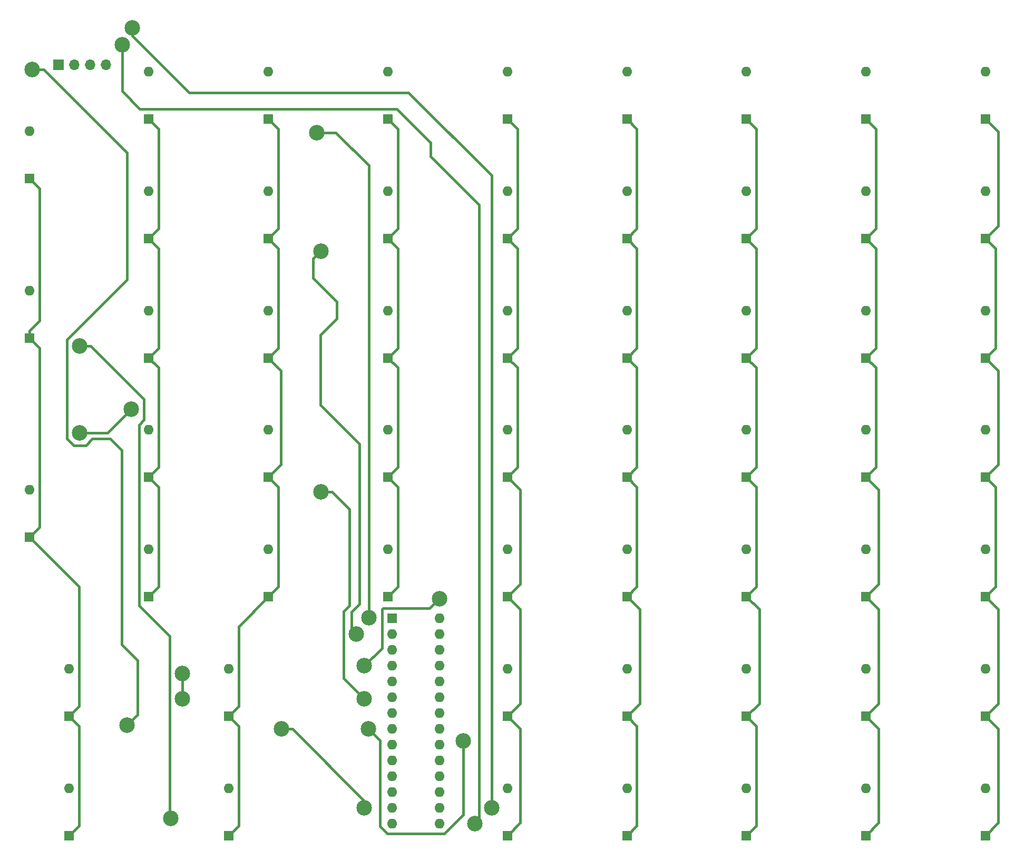
<source format=gbr>
%TF.GenerationSoftware,KiCad,Pcbnew,5.1.10-88a1d61d58~88~ubuntu20.04.1*%
%TF.CreationDate,2021-05-05T16:29:45+01:00*%
%TF.ProjectId,right_side,72696768-745f-4736-9964-652e6b696361,rev?*%
%TF.SameCoordinates,Original*%
%TF.FileFunction,Copper,L1,Top*%
%TF.FilePolarity,Positive*%
%FSLAX46Y46*%
G04 Gerber Fmt 4.6, Leading zero omitted, Abs format (unit mm)*
G04 Created by KiCad (PCBNEW 5.1.10-88a1d61d58~88~ubuntu20.04.1) date 2021-05-05 16:29:45*
%MOMM*%
%LPD*%
G01*
G04 APERTURE LIST*
%TA.AperFunction,ComponentPad*%
%ADD10O,1.600000X1.600000*%
%TD*%
%TA.AperFunction,ComponentPad*%
%ADD11R,1.600000X1.600000*%
%TD*%
%TA.AperFunction,ComponentPad*%
%ADD12O,1.700000X1.700000*%
%TD*%
%TA.AperFunction,ComponentPad*%
%ADD13R,1.700000X1.700000*%
%TD*%
%TA.AperFunction,ViaPad*%
%ADD14C,2.500000*%
%TD*%
%TA.AperFunction,Conductor*%
%ADD15C,0.400000*%
%TD*%
G04 APERTURE END LIST*
D10*
%TO.P,D0x7,2*%
%TO.N,Net-(D0x7-Pad2)*%
X1440000Y105600000D03*
D11*
%TO.P,D0x7,1*%
%TO.N,Column7*%
X1440000Y97980000D03*
%TD*%
D10*
%TO.P,D0x8,2*%
%TO.N,Net-(D0x8-Pad2)*%
X20640000Y115200000D03*
D11*
%TO.P,D0x8,1*%
%TO.N,Column8*%
X20640000Y107580000D03*
%TD*%
D10*
%TO.P,D0x9,2*%
%TO.N,Net-(D0x9-Pad2)*%
X39840000Y115200000D03*
D11*
%TO.P,D0x9,1*%
%TO.N,Column9*%
X39840000Y107580000D03*
%TD*%
D10*
%TO.P,D0x10,2*%
%TO.N,Net-(D0x10-Pad2)*%
X59040000Y115200000D03*
D11*
%TO.P,D0x10,1*%
%TO.N,Column10*%
X59040000Y107580000D03*
%TD*%
D10*
%TO.P,D0x11,2*%
%TO.N,Net-(D0x11-Pad2)*%
X78240000Y115200000D03*
D11*
%TO.P,D0x11,1*%
%TO.N,Column11*%
X78240000Y107580000D03*
%TD*%
D10*
%TO.P,D0x12,2*%
%TO.N,Net-(D0x12-Pad2)*%
X97440000Y115200000D03*
D11*
%TO.P,D0x12,1*%
%TO.N,Column12*%
X97440000Y107580000D03*
%TD*%
D10*
%TO.P,D0x13,2*%
%TO.N,Net-(D0x13-Pad2)*%
X116640000Y115200000D03*
D11*
%TO.P,D0x13,1*%
%TO.N,Column13*%
X116640000Y107580000D03*
%TD*%
D10*
%TO.P,D0x14,2*%
%TO.N,Net-(D0x14-Pad2)*%
X135840000Y115200000D03*
D11*
%TO.P,D0x14,1*%
%TO.N,Column14*%
X135840000Y107580000D03*
%TD*%
D10*
%TO.P,D0x15,2*%
%TO.N,Net-(D0x15-Pad2)*%
X155040000Y115200000D03*
D11*
%TO.P,D0x15,1*%
%TO.N,Column15*%
X155040000Y107580000D03*
%TD*%
D10*
%TO.P,D1x7,2*%
%TO.N,Net-(D1x7-Pad2)*%
X1440000Y80000000D03*
D11*
%TO.P,D1x7,1*%
%TO.N,Column7*%
X1440000Y72380000D03*
%TD*%
D10*
%TO.P,D1x8,2*%
%TO.N,Net-(D1x8-Pad2)*%
X20640000Y96000000D03*
D11*
%TO.P,D1x8,1*%
%TO.N,Column8*%
X20640000Y88380000D03*
%TD*%
D10*
%TO.P,D1x9,2*%
%TO.N,Net-(D1x9-Pad2)*%
X39840000Y96000000D03*
D11*
%TO.P,D1x9,1*%
%TO.N,Column9*%
X39840000Y88380000D03*
%TD*%
D10*
%TO.P,D1x10,2*%
%TO.N,Net-(D1x10-Pad2)*%
X59040000Y96000000D03*
D11*
%TO.P,D1x10,1*%
%TO.N,Column10*%
X59040000Y88380000D03*
%TD*%
D10*
%TO.P,D1x11,2*%
%TO.N,Net-(D1x11-Pad2)*%
X78240000Y96000000D03*
D11*
%TO.P,D1x11,1*%
%TO.N,Column11*%
X78240000Y88380000D03*
%TD*%
D10*
%TO.P,D1x12,2*%
%TO.N,Net-(D1x12-Pad2)*%
X97440000Y96000000D03*
D11*
%TO.P,D1x12,1*%
%TO.N,Column12*%
X97440000Y88380000D03*
%TD*%
D10*
%TO.P,D1x13,2*%
%TO.N,Net-(D1x13-Pad2)*%
X116640000Y96000000D03*
D11*
%TO.P,D1x13,1*%
%TO.N,Column13*%
X116640000Y88380000D03*
%TD*%
D10*
%TO.P,D1x14,2*%
%TO.N,Net-(D1x14-Pad2)*%
X135840000Y96000000D03*
D11*
%TO.P,D1x14,1*%
%TO.N,Column14*%
X135840000Y88380000D03*
%TD*%
D10*
%TO.P,D1x15,2*%
%TO.N,Net-(D1x15-Pad2)*%
X155040000Y96000000D03*
D11*
%TO.P,D1x15,1*%
%TO.N,Column15*%
X155040000Y88380000D03*
%TD*%
D10*
%TO.P,D2x7,2*%
%TO.N,Net-(D2x7-Pad2)*%
X1440000Y48000000D03*
D11*
%TO.P,D2x7,1*%
%TO.N,Column7*%
X1440000Y40380000D03*
%TD*%
D10*
%TO.P,D2x8,2*%
%TO.N,Net-(D2x8-Pad2)*%
X20640000Y76800000D03*
D11*
%TO.P,D2x8,1*%
%TO.N,Column8*%
X20640000Y69180000D03*
%TD*%
D10*
%TO.P,D2x9,2*%
%TO.N,Net-(D2x9-Pad2)*%
X39840000Y76800000D03*
D11*
%TO.P,D2x9,1*%
%TO.N,Column9*%
X39840000Y69180000D03*
%TD*%
D10*
%TO.P,D2x10,2*%
%TO.N,Net-(D2x10-Pad2)*%
X59040000Y76800000D03*
D11*
%TO.P,D2x10,1*%
%TO.N,Column10*%
X59040000Y69180000D03*
%TD*%
D10*
%TO.P,D2x11,2*%
%TO.N,Net-(D2x11-Pad2)*%
X78240000Y76800000D03*
D11*
%TO.P,D2x11,1*%
%TO.N,Column11*%
X78240000Y69180000D03*
%TD*%
D10*
%TO.P,D2x12,2*%
%TO.N,Net-(D2x12-Pad2)*%
X97440000Y76800000D03*
D11*
%TO.P,D2x12,1*%
%TO.N,Column12*%
X97440000Y69180000D03*
%TD*%
D10*
%TO.P,D2x13,2*%
%TO.N,Net-(D2x13-Pad2)*%
X116640000Y76800000D03*
D11*
%TO.P,D2x13,1*%
%TO.N,Column13*%
X116640000Y69180000D03*
%TD*%
D10*
%TO.P,D2x14,2*%
%TO.N,Net-(D2x14-Pad2)*%
X135840000Y76800000D03*
D11*
%TO.P,D2x14,1*%
%TO.N,Column14*%
X135840000Y69180000D03*
%TD*%
D10*
%TO.P,D2x15,2*%
%TO.N,Net-(D2x15-Pad2)*%
X155040000Y76800000D03*
D11*
%TO.P,D2x15,1*%
%TO.N,Column15*%
X155040000Y69180000D03*
%TD*%
D10*
%TO.P,D3x8,2*%
%TO.N,Net-(D3x8-Pad2)*%
X20640000Y57600000D03*
D11*
%TO.P,D3x8,1*%
%TO.N,Column8*%
X20640000Y49980000D03*
%TD*%
D10*
%TO.P,D3x9,2*%
%TO.N,Net-(D3x9-Pad2)*%
X39840000Y57600000D03*
D11*
%TO.P,D3x9,1*%
%TO.N,Column9*%
X39840000Y49980000D03*
%TD*%
D10*
%TO.P,D3x10,2*%
%TO.N,Net-(D3x10-Pad2)*%
X59040000Y57600000D03*
D11*
%TO.P,D3x10,1*%
%TO.N,Column10*%
X59040000Y49980000D03*
%TD*%
D10*
%TO.P,D3x11,2*%
%TO.N,Net-(D3x11-Pad2)*%
X78240000Y57600000D03*
D11*
%TO.P,D3x11,1*%
%TO.N,Column11*%
X78240000Y49980000D03*
%TD*%
D10*
%TO.P,D3x12,2*%
%TO.N,Net-(D3x12-Pad2)*%
X97440000Y57600000D03*
D11*
%TO.P,D3x12,1*%
%TO.N,Column12*%
X97440000Y49980000D03*
%TD*%
D10*
%TO.P,D3x13,2*%
%TO.N,Net-(D3x13-Pad2)*%
X116640000Y57600000D03*
D11*
%TO.P,D3x13,1*%
%TO.N,Column13*%
X116640000Y49980000D03*
%TD*%
D10*
%TO.P,D3x14,2*%
%TO.N,Net-(D3x14-Pad2)*%
X135840000Y57600000D03*
D11*
%TO.P,D3x14,1*%
%TO.N,Column14*%
X135840000Y49980000D03*
%TD*%
D10*
%TO.P,D3x15,2*%
%TO.N,Net-(D3x15-Pad2)*%
X155040000Y57600000D03*
D11*
%TO.P,D3x15,1*%
%TO.N,Column15*%
X155040000Y49980000D03*
%TD*%
D10*
%TO.P,D4x8,2*%
%TO.N,Net-(D4x8-Pad2)*%
X20640000Y38400000D03*
D11*
%TO.P,D4x8,1*%
%TO.N,Column8*%
X20640000Y30780000D03*
%TD*%
D10*
%TO.P,D4x9,2*%
%TO.N,Net-(D4x9-Pad2)*%
X39840000Y38400000D03*
D11*
%TO.P,D4x9,1*%
%TO.N,Column9*%
X39840000Y30780000D03*
%TD*%
D10*
%TO.P,D4x10,2*%
%TO.N,Net-(D4x10-Pad2)*%
X59040000Y38400000D03*
D11*
%TO.P,D4x10,1*%
%TO.N,Column10*%
X59040000Y30780000D03*
%TD*%
D10*
%TO.P,D4x11,2*%
%TO.N,Net-(D4x11-Pad2)*%
X78240000Y38400000D03*
D11*
%TO.P,D4x11,1*%
%TO.N,Column11*%
X78240000Y30780000D03*
%TD*%
D10*
%TO.P,D4x12,2*%
%TO.N,Net-(D4x12-Pad2)*%
X97440000Y38400000D03*
D11*
%TO.P,D4x12,1*%
%TO.N,Column12*%
X97440000Y30780000D03*
%TD*%
D10*
%TO.P,D4x13,2*%
%TO.N,Net-(D4x13-Pad2)*%
X116640000Y38400000D03*
D11*
%TO.P,D4x13,1*%
%TO.N,Column13*%
X116640000Y30780000D03*
%TD*%
D10*
%TO.P,D4x14,2*%
%TO.N,Net-(D4x14-Pad2)*%
X135840000Y38400000D03*
D11*
%TO.P,D4x14,1*%
%TO.N,Column14*%
X135840000Y30780000D03*
%TD*%
D10*
%TO.P,D4x15,2*%
%TO.N,Net-(D4x15-Pad2)*%
X155040000Y38400000D03*
D11*
%TO.P,D4x15,1*%
%TO.N,Column15*%
X155040000Y30780000D03*
%TD*%
D10*
%TO.P,D5x7,2*%
%TO.N,Net-(D5x7-Pad2)*%
X7840000Y19200000D03*
D11*
%TO.P,D5x7,1*%
%TO.N,Column7*%
X7840000Y11580000D03*
%TD*%
D10*
%TO.P,D5x9,2*%
%TO.N,Net-(D5x9-Pad2)*%
X33440000Y19200000D03*
D11*
%TO.P,D5x9,1*%
%TO.N,Column9*%
X33440000Y11580000D03*
%TD*%
D10*
%TO.P,D5x11,2*%
%TO.N,Net-(D5x11-Pad2)*%
X78240000Y19200000D03*
D11*
%TO.P,D5x11,1*%
%TO.N,Column11*%
X78240000Y11580000D03*
%TD*%
D10*
%TO.P,D5x12,2*%
%TO.N,Net-(D5x12-Pad2)*%
X97440000Y19200000D03*
D11*
%TO.P,D5x12,1*%
%TO.N,Column12*%
X97440000Y11580000D03*
%TD*%
D10*
%TO.P,D5x13,2*%
%TO.N,Net-(D5x13-Pad2)*%
X116640000Y19200000D03*
D11*
%TO.P,D5x13,1*%
%TO.N,Column13*%
X116640000Y11580000D03*
%TD*%
D10*
%TO.P,D5x14,2*%
%TO.N,Net-(D5x14-Pad2)*%
X135840000Y19200000D03*
D11*
%TO.P,D5x14,1*%
%TO.N,Column14*%
X135840000Y11580000D03*
%TD*%
D10*
%TO.P,D5x15,2*%
%TO.N,Net-(D5x15-Pad2)*%
X155040000Y19200000D03*
D11*
%TO.P,D5x15,1*%
%TO.N,Column15*%
X155040000Y11580000D03*
%TD*%
D10*
%TO.P,D6x7,2*%
%TO.N,Net-(D6x7-Pad2)*%
X7840000Y0D03*
D11*
%TO.P,D6x7,1*%
%TO.N,Column7*%
X7840000Y-7620000D03*
%TD*%
D10*
%TO.P,D6x9,2*%
%TO.N,Net-(D6x9-Pad2)*%
X33440000Y0D03*
D11*
%TO.P,D6x9,1*%
%TO.N,Column9*%
X33440000Y-7620000D03*
%TD*%
D10*
%TO.P,D6x11,2*%
%TO.N,Net-(D6x11-Pad2)*%
X78240000Y0D03*
D11*
%TO.P,D6x11,1*%
%TO.N,Column11*%
X78240000Y-7620000D03*
%TD*%
D10*
%TO.P,D6x12,2*%
%TO.N,Net-(D6x12-Pad2)*%
X97440000Y0D03*
D11*
%TO.P,D6x12,1*%
%TO.N,Column12*%
X97440000Y-7620000D03*
%TD*%
D10*
%TO.P,D6x13,2*%
%TO.N,Net-(D6x13-Pad2)*%
X116640000Y0D03*
D11*
%TO.P,D6x13,1*%
%TO.N,Column13*%
X116640000Y-7620000D03*
%TD*%
D10*
%TO.P,D6x14,2*%
%TO.N,Net-(D6x14-Pad2)*%
X135840000Y0D03*
D11*
%TO.P,D6x14,1*%
%TO.N,Column14*%
X135840000Y-7620000D03*
%TD*%
D10*
%TO.P,D6x15,2*%
%TO.N,Net-(D6x15-Pad2)*%
X155040000Y0D03*
D11*
%TO.P,D6x15,1*%
%TO.N,Column15*%
X155040000Y-7620000D03*
%TD*%
D12*
%TO.P,J1,4*%
%TO.N,GND*%
X13716000Y116332000D03*
%TO.P,J1,3*%
%TO.N,SCK*%
X11176000Y116332000D03*
%TO.P,J1,2*%
%TO.N,SDA*%
X8636000Y116332000D03*
D13*
%TO.P,J1,1*%
%TO.N,VCC*%
X6096000Y116332000D03*
%TD*%
D10*
%TO.P,U1,28*%
%TO.N,Column8*%
X67310000Y27305000D03*
%TO.P,U1,14*%
%TO.N,N/C*%
X59690000Y-5715000D03*
%TO.P,U1,27*%
%TO.N,Column9*%
X67310000Y24765000D03*
%TO.P,U1,13*%
%TO.N,SDA*%
X59690000Y-3175000D03*
%TO.P,U1,26*%
%TO.N,Column10*%
X67310000Y22225000D03*
%TO.P,U1,12*%
%TO.N,SCK*%
X59690000Y-635000D03*
%TO.P,U1,25*%
%TO.N,Column11*%
X67310000Y19685000D03*
%TO.P,U1,11*%
%TO.N,N/C*%
X59690000Y1905000D03*
%TO.P,U1,24*%
%TO.N,Column12*%
X67310000Y17145000D03*
%TO.P,U1,10*%
%TO.N,GND*%
X59690000Y4445000D03*
%TO.P,U1,23*%
%TO.N,Column13*%
X67310000Y14605000D03*
%TO.P,U1,9*%
%TO.N,VCC*%
X59690000Y6985000D03*
%TO.P,U1,22*%
%TO.N,Column14*%
X67310000Y12065000D03*
%TO.P,U1,8*%
%TO.N,Column7*%
X59690000Y9525000D03*
%TO.P,U1,21*%
%TO.N,Column15*%
X67310000Y9525000D03*
%TO.P,U1,7*%
%TO.N,Row6*%
X59690000Y12065000D03*
%TO.P,U1,20*%
%TO.N,N/C*%
X67310000Y6985000D03*
%TO.P,U1,6*%
%TO.N,Row5*%
X59690000Y14605000D03*
%TO.P,U1,19*%
%TO.N,N/C*%
X67310000Y4445000D03*
%TO.P,U1,5*%
%TO.N,Row4*%
X59690000Y17145000D03*
%TO.P,U1,18*%
%TO.N,VCC*%
X67310000Y1905000D03*
%TO.P,U1,4*%
%TO.N,Row3*%
X59690000Y19685000D03*
%TO.P,U1,17*%
%TO.N,VCC*%
X67310000Y-635000D03*
%TO.P,U1,3*%
%TO.N,Row2*%
X59690000Y22225000D03*
%TO.P,U1,16*%
%TO.N,VCC*%
X67310000Y-3175000D03*
%TO.P,U1,2*%
%TO.N,Row1*%
X59690000Y24765000D03*
%TO.P,U1,15*%
%TO.N,VCC*%
X67310000Y-5715000D03*
D11*
%TO.P,U1,1*%
%TO.N,Row0*%
X59690000Y27305000D03*
%TD*%
D14*
%TO.N,VCC*%
X9525000Y71120000D03*
X24130000Y-4852001D03*
%TO.N,SDA*%
X1905000Y115570000D03*
X17145000Y10160000D03*
X41910000Y9525000D03*
X55245000Y-3175000D03*
%TO.N,SCK*%
X75711010Y-3175000D03*
X17951378Y122200904D03*
%TO.N,GND*%
X73025000Y-5715000D03*
X16336322Y119553678D03*
%TO.N,Row0*%
X55948927Y27403926D03*
X47624966Y105410000D03*
%TO.N,Row1*%
X48260000Y86360000D03*
X53975000Y24765000D03*
%TO.N,Row3*%
X9525000Y57150000D03*
X17791000Y60960000D03*
%TO.N,Row4*%
X55245000Y14347999D03*
X48260000Y47625000D03*
%TO.N,Row5*%
X26035000Y14347999D03*
X26035000Y18449999D03*
X55245000Y19685000D03*
X67310000Y30480000D03*
%TO.N,Row6*%
X71120000Y7620000D03*
X55880006Y9525000D03*
%TD*%
D15*
%TO.N,Column7*%
X9441001Y9978999D02*
X7840000Y11580000D01*
X9441001Y-6018999D02*
X9441001Y9978999D01*
X7840000Y-7620000D02*
X9441001Y-6018999D01*
X9441001Y32378999D02*
X1440000Y40380000D01*
X9441001Y13181001D02*
X9441001Y32378999D01*
X7840000Y11580000D02*
X9441001Y13181001D01*
X3041001Y70778999D02*
X1440000Y72380000D01*
X3041001Y41981001D02*
X3041001Y70778999D01*
X1440000Y40380000D02*
X3041001Y41981001D01*
X3041001Y96378999D02*
X1440000Y97980000D01*
X3041001Y75181001D02*
X3041001Y96378999D01*
X1440000Y73580000D02*
X3041001Y75181001D01*
X1440000Y72380000D02*
X1440000Y73580000D01*
%TO.N,Column8*%
X22241001Y89981001D02*
X20640000Y88380000D01*
X22241001Y105978999D02*
X22241001Y89981001D01*
X20640000Y107580000D02*
X22241001Y105978999D01*
X22241001Y70781001D02*
X20640000Y69180000D01*
X22241001Y86778999D02*
X22241001Y70781001D01*
X20640000Y88380000D02*
X22241001Y86778999D01*
X22241001Y51581001D02*
X20640000Y49980000D01*
X22241001Y67578999D02*
X22241001Y51581001D01*
X20640000Y69180000D02*
X22241001Y67578999D01*
X22241001Y32381001D02*
X20640000Y30780000D01*
X22241001Y48378999D02*
X22241001Y32381001D01*
X20640000Y49980000D02*
X22241001Y48378999D01*
%TO.N,Column9*%
X35041001Y9978999D02*
X33440000Y11580000D01*
X35041001Y-6018999D02*
X35041001Y9978999D01*
X33440000Y-7620000D02*
X35041001Y-6018999D01*
X35041001Y25981001D02*
X39840000Y30780000D01*
X35041001Y13181001D02*
X35041001Y25981001D01*
X33440000Y11580000D02*
X35041001Y13181001D01*
X41441001Y48378999D02*
X39840000Y49980000D01*
X41441001Y32381001D02*
X41441001Y48378999D01*
X39840000Y30780000D02*
X41441001Y32381001D01*
X41888999Y67131001D02*
X39840000Y69180000D01*
X41888999Y52028999D02*
X41888999Y67131001D01*
X39840000Y49980000D02*
X41888999Y52028999D01*
X41441001Y86778999D02*
X39840000Y88380000D01*
X41441001Y70781001D02*
X41441001Y86778999D01*
X39840000Y69180000D02*
X41441001Y70781001D01*
X41441001Y105978999D02*
X39840000Y107580000D01*
X41441001Y89981001D02*
X41441001Y105978999D01*
X39840000Y88380000D02*
X41441001Y89981001D01*
%TO.N,Column10*%
X60641001Y89981001D02*
X59040000Y88380000D01*
X60641001Y105978999D02*
X60641001Y89981001D01*
X59040000Y107580000D02*
X60641001Y105978999D01*
X60641001Y70781001D02*
X59040000Y69180000D01*
X60641001Y86778999D02*
X60641001Y70781001D01*
X59040000Y88380000D02*
X60641001Y86778999D01*
X60641001Y51581001D02*
X59040000Y49980000D01*
X60641001Y67578999D02*
X60641001Y51581001D01*
X59040000Y69180000D02*
X60641001Y67578999D01*
X60641001Y32381001D02*
X59040000Y30780000D01*
X60641001Y48378999D02*
X60641001Y32381001D01*
X59040000Y49980000D02*
X60641001Y48378999D01*
%TO.N,Column11*%
X80288999Y9531001D02*
X78240000Y11580000D01*
X80288999Y-5571001D02*
X80288999Y9531001D01*
X78240000Y-7620000D02*
X80288999Y-5571001D01*
X80288999Y28731001D02*
X78240000Y30780000D01*
X80288999Y13628999D02*
X80288999Y28731001D01*
X78240000Y11580000D02*
X80288999Y13628999D01*
X80288999Y47931001D02*
X78240000Y49980000D01*
X80288999Y32828999D02*
X80288999Y47931001D01*
X78240000Y30780000D02*
X80288999Y32828999D01*
X79841001Y67578999D02*
X78240000Y69180000D01*
X79841001Y51581001D02*
X79841001Y67578999D01*
X78240000Y49980000D02*
X79841001Y51581001D01*
X79841001Y86778999D02*
X78240000Y88380000D01*
X79841001Y70781001D02*
X79841001Y86778999D01*
X78240000Y69180000D02*
X79841001Y70781001D01*
X79841001Y105978999D02*
X78240000Y107580000D01*
X79841001Y89981001D02*
X79841001Y105978999D01*
X78240000Y88380000D02*
X79841001Y89981001D01*
%TO.N,Column12*%
X99041001Y9978999D02*
X97440000Y11580000D01*
X99041001Y-6018999D02*
X99041001Y9978999D01*
X97440000Y-7620000D02*
X99041001Y-6018999D01*
X99488999Y28731001D02*
X97440000Y30780000D01*
X99488999Y13628999D02*
X99488999Y28731001D01*
X97440000Y11580000D02*
X99488999Y13628999D01*
X99041001Y48378999D02*
X97440000Y49980000D01*
X99041001Y32381001D02*
X99041001Y48378999D01*
X97440000Y30780000D02*
X99041001Y32381001D01*
X99041001Y89981001D02*
X97440000Y88380000D01*
X99041001Y105978999D02*
X99041001Y89981001D01*
X97440000Y107580000D02*
X99041001Y105978999D01*
X99041001Y70781001D02*
X97440000Y69180000D01*
X99041001Y86778999D02*
X99041001Y70781001D01*
X97440000Y88380000D02*
X99041001Y86778999D01*
X99041001Y51581001D02*
X97440000Y49980000D01*
X99041001Y67578999D02*
X99041001Y51581001D01*
X97440000Y69180000D02*
X99041001Y67578999D01*
%TO.N,Column13*%
X118241001Y9978999D02*
X116640000Y11580000D01*
X118241001Y-6018999D02*
X118241001Y9978999D01*
X116640000Y-7620000D02*
X118241001Y-6018999D01*
X118688999Y28731001D02*
X116640000Y30780000D01*
X118688999Y13628999D02*
X118688999Y28731001D01*
X116640000Y11580000D02*
X118688999Y13628999D01*
X118241001Y32381001D02*
X116640000Y30780000D01*
X118241001Y48378999D02*
X118241001Y32381001D01*
X116640000Y49980000D02*
X118241001Y48378999D01*
X118241001Y67578999D02*
X116640000Y69180000D01*
X118241001Y51581001D02*
X118241001Y67578999D01*
X116640000Y49980000D02*
X118241001Y51581001D01*
X118241001Y86778999D02*
X116640000Y88380000D01*
X118241001Y70781001D02*
X118241001Y86778999D01*
X116640000Y69180000D02*
X118241001Y70781001D01*
X118241001Y105978999D02*
X116640000Y107580000D01*
X118241001Y89981001D02*
X118241001Y105978999D01*
X116640000Y88380000D02*
X118241001Y89981001D01*
%TO.N,Column14*%
X137888999Y9531001D02*
X135840000Y11580000D01*
X137888999Y-5571001D02*
X137888999Y9531001D01*
X135840000Y-7620000D02*
X137888999Y-5571001D01*
X137888999Y28731001D02*
X135840000Y30780000D01*
X137888999Y13628999D02*
X137888999Y28731001D01*
X135840000Y11580000D02*
X137888999Y13628999D01*
X137888999Y47931001D02*
X135840000Y49980000D01*
X137888999Y32828999D02*
X137888999Y47931001D01*
X135840000Y30780000D02*
X137888999Y32828999D01*
X137441001Y89981001D02*
X135840000Y88380000D01*
X137441001Y105978999D02*
X137441001Y89981001D01*
X135840000Y107580000D02*
X137441001Y105978999D01*
X137441001Y70781001D02*
X135840000Y69180000D01*
X137441001Y86778999D02*
X137441001Y70781001D01*
X135840000Y88380000D02*
X137441001Y86778999D01*
X137441001Y51581001D02*
X135840000Y49980000D01*
X137441001Y67578999D02*
X137441001Y51581001D01*
X135840000Y69180000D02*
X137441001Y67578999D01*
%TO.N,Column15*%
X157088999Y9531001D02*
X155040000Y11580000D01*
X157088999Y-5571001D02*
X157088999Y9531001D01*
X155040000Y-7620000D02*
X157088999Y-5571001D01*
X157088999Y28731001D02*
X155040000Y30780000D01*
X157088999Y13628999D02*
X157088999Y28731001D01*
X155040000Y11580000D02*
X157088999Y13628999D01*
X156641001Y48378999D02*
X155040000Y49980000D01*
X156641001Y32381001D02*
X156641001Y48378999D01*
X155040000Y30780000D02*
X156641001Y32381001D01*
X157088999Y67131001D02*
X155040000Y69180000D01*
X157088999Y52028999D02*
X157088999Y67131001D01*
X155040000Y49980000D02*
X157088999Y52028999D01*
X156641001Y86778999D02*
X155040000Y88380000D01*
X156641001Y70781001D02*
X156641001Y86778999D01*
X155040000Y69180000D02*
X156641001Y70781001D01*
X157088999Y105531001D02*
X155040000Y107580000D01*
X157088999Y90428999D02*
X157088999Y105531001D01*
X155040000Y88380000D02*
X157088999Y90428999D01*
%TO.N,VCC*%
X23983999Y24394199D02*
X23983999Y-4706000D01*
X19038999Y29339199D02*
X23983999Y24394199D01*
X19038999Y58368481D02*
X19038999Y29339199D01*
X23983999Y-4706000D02*
X24130000Y-4852001D01*
X19871519Y59201001D02*
X19038999Y58368481D01*
X19871519Y62541247D02*
X19871519Y59201001D01*
X11292766Y71120000D02*
X19871519Y62541247D01*
X9525000Y71120000D02*
X11292766Y71120000D01*
%TO.N,SDA*%
X18801001Y11816001D02*
X17145000Y10160000D01*
X1905000Y115570000D02*
X3775482Y115570000D01*
X3775482Y115570000D02*
X17145000Y102200482D01*
X17145000Y102200482D02*
X17145000Y81775482D01*
X7473999Y72104481D02*
X7473999Y56165519D01*
X7473999Y56165519D02*
X8540519Y55098999D01*
X18801001Y20544481D02*
X18801001Y11816001D01*
X8540519Y55098999D02*
X10509481Y55098999D01*
X10509481Y55098999D02*
X11559472Y56148990D01*
X17145000Y81775482D02*
X7473999Y72104481D01*
X11559472Y56148990D02*
X14395631Y56148990D01*
X14395631Y56148990D02*
X16238999Y54305622D01*
X16238999Y54305622D02*
X16238999Y23106483D01*
X16238999Y23106483D02*
X18801001Y20544481D01*
X55245000Y-2042234D02*
X55245000Y-3175000D01*
X43677766Y9525000D02*
X55245000Y-2042234D01*
X41910000Y9525000D02*
X43677766Y9525000D01*
%TO.N,SCK*%
X17951378Y120974104D02*
X27081020Y111844462D01*
X27081020Y111844462D02*
X62381020Y111844462D01*
X17951378Y122200904D02*
X17951378Y120974104D01*
X62381020Y111844462D02*
X75711010Y98514472D01*
X75711010Y98514472D02*
X75711010Y-3175000D01*
%TO.N,GND*%
X73660000Y-5080000D02*
X73025000Y-5715000D01*
X16336322Y119553678D02*
X16336322Y112043878D01*
X60480801Y109181001D02*
X65855519Y103806283D01*
X73660000Y93754518D02*
X73660000Y-5080000D01*
X65855519Y101558999D02*
X73660000Y93754518D01*
X65855519Y103806283D02*
X65855519Y101558999D01*
X19199199Y109181001D02*
X60480801Y109181001D01*
X16336322Y112043878D02*
X19199199Y109181001D01*
%TO.N,Row0*%
X55948927Y27403926D02*
X55948927Y100123839D01*
X55948927Y100123839D02*
X50662766Y105410000D01*
X50662766Y105410000D02*
X47624966Y105410000D01*
%TO.N,Row1*%
X53193997Y25546003D02*
X53975000Y24765000D01*
X54463999Y55350519D02*
X54463999Y29559484D01*
X50801001Y75455519D02*
X48238999Y72893517D01*
X48238999Y61575519D02*
X54463999Y55350519D01*
X48260000Y86360000D02*
X47010001Y85110001D01*
X47010001Y85110001D02*
X47010001Y82004517D01*
X53193997Y28289482D02*
X53193997Y25546003D01*
X54463999Y29559484D02*
X53193997Y28289482D01*
X50801001Y78213517D02*
X50801001Y75455519D01*
X48238999Y72893517D02*
X48238999Y61575519D01*
X47010001Y82004517D02*
X50801001Y78213517D01*
%TO.N,Row3*%
X13981000Y57150000D02*
X17791000Y60960000D01*
X9525000Y57150000D02*
X13981000Y57150000D01*
%TO.N,Row4*%
X52841001Y44811765D02*
X50027766Y47625000D01*
X50027766Y47625000D02*
X48260000Y47625000D01*
X51923999Y28435123D02*
X52841001Y29352125D01*
X55245000Y14347999D02*
X51923999Y17669000D01*
X52841001Y29352125D02*
X52841001Y44811765D01*
X51923999Y17669000D02*
X51923999Y28435123D01*
%TO.N,Row5*%
X26035000Y14347999D02*
X26035000Y18449999D01*
X55245000Y19685000D02*
X58088999Y22528999D01*
X58088999Y28745801D02*
X58249199Y28906001D01*
X65736001Y28906001D02*
X67310000Y30480000D01*
X58249199Y28906001D02*
X65736001Y28906001D01*
X58088999Y22528999D02*
X58088999Y28745801D01*
%TO.N,Row6*%
X57764999Y-6159481D02*
X57764999Y7640007D01*
X68078481Y-7316001D02*
X58921519Y-7316001D01*
X71120000Y-4274482D02*
X68078481Y-7316001D01*
X58921519Y-7316001D02*
X57764999Y-6159481D01*
X71120000Y7620000D02*
X71120000Y-4274482D01*
X57764999Y7640007D02*
X55880006Y9525000D01*
%TD*%
M02*

</source>
